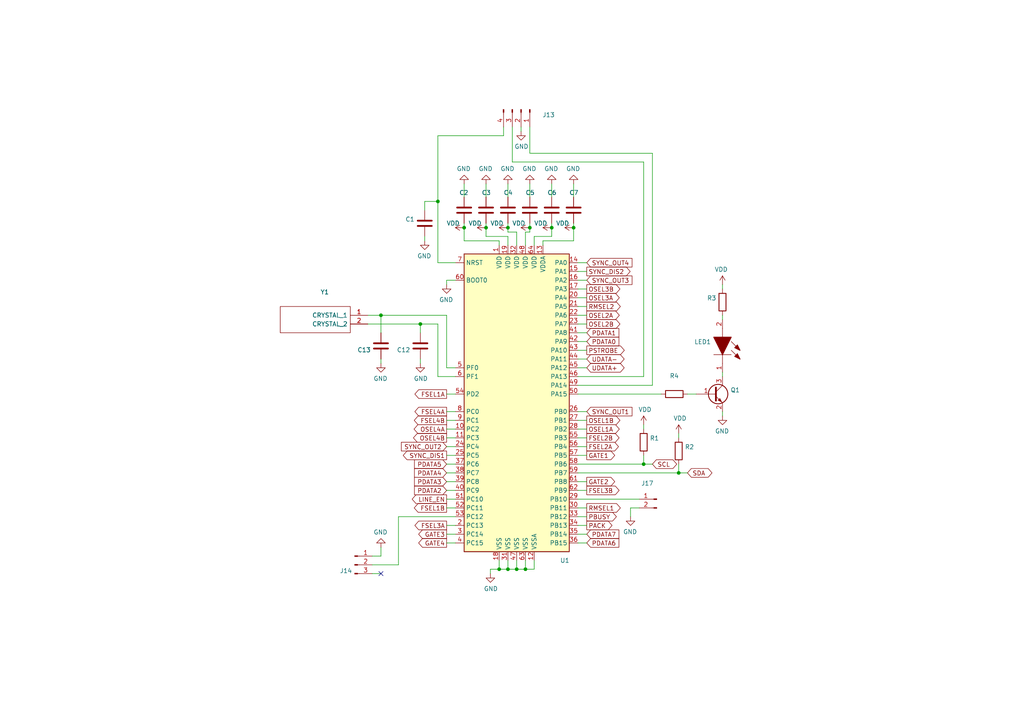
<source format=kicad_sch>
(kicad_sch (version 20211123) (generator eeschema)
  (paper "A4")
  (lib_symbols
    (symbol "Connector:Conn_01x02_Male" (pin_names (offset 1.016) hide)
      (property "Reference" "J" (at 0 2.54 0))
      (property "Value" "Conn_01x02_Male" (at 0 -5.08 0))
      (symbol "Conn_01x02_Male_1_1"
        (polyline (pts (xy 1.27 -2.54) (xy 0.8636 -2.54)) (stroke (width 0.1524)))
        (polyline (pts (xy 1.27 0) (xy 0.8636 0)) (stroke (width 0.1524)))
        (rectangle (start 0.8636 -2.413) (end 0 -2.667) (stroke (width 0.1524)) (fill (type outline)))
        (rectangle (start 0.8636 0.127) (end 0 -0.127) (stroke (width 0.1524)) (fill (type outline)))
        (pin passive line (at 5.08 0 180) (length 3.81) (name "Pin_1") (number "1"))
        (pin passive line (at 5.08 -2.54 180) (length 3.81) (name "Pin_2") (number "2"))
      )
    )
    (symbol "Connector:Conn_01x03_Male" (pin_names (offset 1.016) hide)
      (property "Reference" "J" (at 0 5.08 0))
      (property "Value" "Conn_01x03_Male" (at 0 -5.08 0))
      (symbol "Conn_01x03_Male_1_1"
        (polyline (pts (xy 1.27 -2.54) (xy 0.8636 -2.54)) (stroke (width 0.1524)))
        (polyline (pts (xy 1.27 0) (xy 0.8636 0)) (stroke (width 0.1524)))
        (polyline (pts (xy 1.27 2.54) (xy 0.8636 2.54)) (stroke (width 0.1524)))
        (rectangle (start 0.8636 -2.413) (end 0 -2.667) (stroke (width 0.1524)) (fill (type outline)))
        (rectangle (start 0.8636 0.127) (end 0 -0.127) (stroke (width 0.1524)) (fill (type outline)))
        (rectangle (start 0.8636 2.667) (end 0 2.413) (stroke (width 0.1524)) (fill (type outline)))
        (pin passive line (at 5.08 2.54 180) (length 3.81) (name "Pin_1") (number "1"))
        (pin passive line (at 5.08 0 180) (length 3.81) (name "Pin_2") (number "2"))
        (pin passive line (at 5.08 -2.54 180) (length 3.81) (name "Pin_3") (number "3"))
      )
    )
    (symbol "Connector:Conn_01x04_Male" (pin_names (offset 1.016) hide)
      (property "Reference" "J" (at 0 5.08 0))
      (property "Value" "Conn_01x04_Male" (at 0 -7.62 0))
      (symbol "Conn_01x04_Male_1_1"
        (polyline (pts (xy 1.27 -5.08) (xy 0.8636 -5.08)) (stroke (width 0.1524)))
        (polyline (pts (xy 1.27 -2.54) (xy 0.8636 -2.54)) (stroke (width 0.1524)))
        (polyline (pts (xy 1.27 0) (xy 0.8636 0)) (stroke (width 0.1524)))
        (polyline (pts (xy 1.27 2.54) (xy 0.8636 2.54)) (stroke (width 0.1524)))
        (rectangle (start 0.8636 -4.953) (end 0 -5.207) (stroke (width 0.1524)) (fill (type outline)))
        (rectangle (start 0.8636 -2.413) (end 0 -2.667) (stroke (width 0.1524)) (fill (type outline)))
        (rectangle (start 0.8636 0.127) (end 0 -0.127) (stroke (width 0.1524)) (fill (type outline)))
        (rectangle (start 0.8636 2.667) (end 0 2.413) (stroke (width 0.1524)) (fill (type outline)))
        (pin passive line (at 5.08 2.54 180) (length 3.81) (name "Pin_1") (number "1"))
        (pin passive line (at 5.08 0 180) (length 3.81) (name "Pin_2") (number "2"))
        (pin passive line (at 5.08 -2.54 180) (length 3.81) (name "Pin_3") (number "3"))
        (pin passive line (at 5.08 -5.08 180) (length 3.81) (name "Pin_4") (number "4"))
      )
    )
    (symbol "Device:C" (pin_numbers hide) (pin_names (offset 0.254))
      (property "Reference" "C" (at 0.635 2.54 0))
      (property "Value" "C" (at 0.635 -2.54 0))
      (symbol "C_0_1"
        (polyline (pts (xy -2.032 -0.762) (xy 2.032 -0.762)) (stroke (width 0.508)))
        (polyline (pts (xy -2.032 0.762) (xy 2.032 0.762)) (stroke (width 0.508)))
      )
      (symbol "C_1_1"
        (pin passive line (at 0 3.81 270) (length 2.794) (name "~") (number "1"))
        (pin passive line (at 0 -3.81 90) (length 2.794) (name "~") (number "2"))
      )
    )
    (symbol "Device:R" (pin_numbers hide) (pin_names (offset 0))
      (property "Reference" "R" (at 2.032 0 90))
      (property "Value" "R" (at 0 0 90))
      (symbol "R_0_1"
        (rectangle (start -1.016 -2.54) (end 1.016 2.54) (stroke (width 0.254)))
      )
      (symbol "R_1_1"
        (pin passive line (at 0 3.81 270) (length 1.27) (name "~") (number "1"))
        (pin passive line (at 0 -3.81 90) (length 1.27) (name "~") (number "2"))
      )
    )
    (symbol "MCU_ST_STM32F0:STM32F070RBTx"
      (property "Reference" "U" (at -15.24 44.45 0))
      (property "Value" "STM32F070RBTx" (at 10.16 44.45 0))
      (symbol "STM32F070RBTx_0_1"
        (rectangle (start -15.24 -43.18) (end 15.24 43.18) (stroke (width 0.254)) (fill (type background)))
      )
      (symbol "STM32F070RBTx_1_1"
        (pin power_in line (at -5.08 45.72 270) (length 2.54) (name "VDD") (number "1"))
        (pin bidirectional line (at -17.78 -7.62 0) (length 2.54) (name "PC2") (number "10"))
        (pin bidirectional line (at -17.78 -10.16 0) (length 2.54) (name "PC3") (number "11"))
        (pin power_in line (at 5.08 -45.72 90) (length 2.54) (name "VSSA") (number "12"))
        (pin power_in line (at 7.62 45.72 270) (length 2.54) (name "VDDA") (number "13"))
        (pin bidirectional line (at 17.78 40.64 180) (length 2.54) (name "PA0") (number "14"))
        (pin bidirectional line (at 17.78 38.1 180) (length 2.54) (name "PA1") (number "15"))
        (pin bidirectional line (at 17.78 35.56 180) (length 2.54) (name "PA2") (number "16"))
        (pin bidirectional line (at 17.78 33.02 180) (length 2.54) (name "PA3") (number "17"))
        (pin power_in line (at -5.08 -45.72 90) (length 2.54) (name "VSS") (number "18"))
        (pin power_in line (at -2.54 45.72 270) (length 2.54) (name "VDD") (number "19"))
        (pin bidirectional line (at -17.78 -35.56 0) (length 2.54) (name "PC13") (number "2"))
        (pin bidirectional line (at 17.78 30.48 180) (length 2.54) (name "PA4") (number "20"))
        (pin bidirectional line (at 17.78 27.94 180) (length 2.54) (name "PA5") (number "21"))
        (pin bidirectional line (at 17.78 25.4 180) (length 2.54) (name "PA6") (number "22"))
        (pin bidirectional line (at 17.78 22.86 180) (length 2.54) (name "PA7") (number "23"))
        (pin bidirectional line (at -17.78 -12.7 0) (length 2.54) (name "PC4") (number "24"))
        (pin bidirectional line (at -17.78 -15.24 0) (length 2.54) (name "PC5") (number "25"))
        (pin bidirectional line (at 17.78 -2.54 180) (length 2.54) (name "PB0") (number "26"))
        (pin bidirectional line (at 17.78 -5.08 180) (length 2.54) (name "PB1") (number "27"))
        (pin bidirectional line (at 17.78 -7.62 180) (length 2.54) (name "PB2") (number "28"))
        (pin bidirectional line (at 17.78 -27.94 180) (length 2.54) (name "PB10") (number "29"))
        (pin bidirectional line (at -17.78 -38.1 0) (length 2.54) (name "PC14") (number "3"))
        (pin bidirectional line (at 17.78 -30.48 180) (length 2.54) (name "PB11") (number "30"))
        (pin power_in line (at -2.54 -45.72 90) (length 2.54) (name "VSS") (number "31"))
        (pin power_in line (at 0 45.72 270) (length 2.54) (name "VDD") (number "32"))
        (pin bidirectional line (at 17.78 -33.02 180) (length 2.54) (name "PB12") (number "33"))
        (pin bidirectional line (at 17.78 -35.56 180) (length 2.54) (name "PB13") (number "34"))
        (pin bidirectional line (at 17.78 -38.1 180) (length 2.54) (name "PB14") (number "35"))
        (pin bidirectional line (at 17.78 -40.64 180) (length 2.54) (name "PB15") (number "36"))
        (pin bidirectional line (at -17.78 -17.78 0) (length 2.54) (name "PC6") (number "37"))
        (pin bidirectional line (at -17.78 -20.32 0) (length 2.54) (name "PC7") (number "38"))
        (pin bidirectional line (at -17.78 -22.86 0) (length 2.54) (name "PC8") (number "39"))
        (pin bidirectional line (at -17.78 -40.64 0) (length 2.54) (name "PC15") (number "4"))
        (pin bidirectional line (at -17.78 -25.4 0) (length 2.54) (name "PC9") (number "40"))
        (pin bidirectional line (at 17.78 20.32 180) (length 2.54) (name "PA8") (number "41"))
        (pin bidirectional line (at 17.78 17.78 180) (length 2.54) (name "PA9") (number "42"))
        (pin bidirectional line (at 17.78 15.24 180) (length 2.54) (name "PA10") (number "43"))
        (pin bidirectional line (at 17.78 12.7 180) (length 2.54) (name "PA11") (number "44"))
        (pin bidirectional line (at 17.78 10.16 180) (length 2.54) (name "PA12") (number "45"))
        (pin bidirectional line (at 17.78 7.62 180) (length 2.54) (name "PA13") (number "46"))
        (pin power_in line (at 0 -45.72 90) (length 2.54) (name "VSS") (number "47"))
        (pin power_in line (at 2.54 45.72 270) (length 2.54) (name "VDD") (number "48"))
        (pin bidirectional line (at 17.78 5.08 180) (length 2.54) (name "PA14") (number "49"))
        (pin input line (at -17.78 10.16 0) (length 2.54) (name "PF0") (number "5"))
        (pin bidirectional line (at 17.78 2.54 180) (length 2.54) (name "PA15") (number "50"))
        (pin bidirectional line (at -17.78 -27.94 0) (length 2.54) (name "PC10") (number "51"))
        (pin bidirectional line (at -17.78 -30.48 0) (length 2.54) (name "PC11") (number "52"))
        (pin bidirectional line (at -17.78 -33.02 0) (length 2.54) (name "PC12") (number "53"))
        (pin bidirectional line (at -17.78 2.54 0) (length 2.54) (name "PD2") (number "54"))
        (pin bidirectional line (at 17.78 -10.16 180) (length 2.54) (name "PB3") (number "55"))
        (pin bidirectional line (at 17.78 -12.7 180) (length 2.54) (name "PB4") (number "56"))
        (pin bidirectional line (at 17.78 -15.24 180) (length 2.54) (name "PB5") (number "57"))
        (pin bidirectional line (at 17.78 -17.78 180) (length 2.54) (name "PB6") (number "58"))
        (pin bidirectional line (at 17.78 -20.32 180) (length 2.54) (name "PB7") (number "59"))
        (pin input line (at -17.78 7.62 0) (length 2.54) (name "PF1") (number "6"))
        (pin input line (at -17.78 35.56 0) (length 2.54) (name "BOOT0") (number "60"))
        (pin bidirectional line (at 17.78 -22.86 180) (length 2.54) (name "PB8") (number "61"))
        (pin bidirectional line (at 17.78 -25.4 180) (length 2.54) (name "PB9") (number "62"))
        (pin power_in line (at 2.54 -45.72 90) (length 2.54) (name "VSS") (number "63"))
        (pin power_in line (at 5.08 45.72 270) (length 2.54) (name "VDD") (number "64"))
        (pin input line (at -17.78 40.64 0) (length 2.54) (name "NRST") (number "7"))
        (pin bidirectional line (at -17.78 -2.54 0) (length 2.54) (name "PC0") (number "8"))
        (pin bidirectional line (at -17.78 -5.08 0) (length 2.54) (name "PC1") (number "9"))
      )
    )
    (symbol "NX8045GB-8.000M-STD-CSJ-1:NX8045GB-8.000M-STD-CSJ-1" (pin_names (offset 0.762))
      (property "Reference" "Y" (at 26.67 7.62 0))
      (property "Value" "NX8045GB-8.000M-STD-CSJ-1" (at 26.67 5.08 0))
      (symbol "NX8045GB-8.000M-STD-CSJ-1_0_0"
        (pin passive line (at 0 0 0) (length 5.08) (name "CRYSTAL_1") (number "1"))
        (pin passive line (at 0 -2.54 0) (length 5.08) (name "CRYSTAL_2") (number "2"))
      )
      (symbol "NX8045GB-8.000M-STD-CSJ-1_0_1"
        (polyline (pts (xy 5.08 2.54) (xy 25.4 2.54) (xy 25.4 -5.08) (xy 5.08 -5.08) (xy 5.08 2.54)) (stroke (width 0.1524)))
      )
    )
    (symbol "SML-D12U1WT86:SML-D12U1WT86" (pin_names (offset 0.762))
      (property "Reference" "LED" (at 12.7 8.89 0))
      (property "Value" "SML-D12U1WT86" (at 12.7 6.35 0))
      (symbol "SML-D12U1WT86_0_0"
        (pin passive line (at 0 0 0) (length 2.54) (name "~") (number "1"))
        (pin passive line (at 15.24 0 180) (length 2.54) (name "~") (number "2"))
      )
      (symbol "SML-D12U1WT86_0_1"
        (polyline (pts (xy 2.54 0) (xy 5.08 0)) (stroke (width 0.1524)))
        (polyline (pts (xy 5.08 2.54) (xy 5.08 -2.54)) (stroke (width 0.1524)))
        (polyline (pts (xy 6.35 2.54) (xy 3.81 5.08)) (stroke (width 0.1524)))
        (polyline (pts (xy 8.89 2.54) (xy 6.35 5.08)) (stroke (width 0.1524)))
        (polyline (pts (xy 10.16 0) (xy 12.7 0)) (stroke (width 0.1524)))
        (polyline (pts (xy 5.08 0) (xy 10.16 2.54) (xy 10.16 -2.54) (xy 5.08 0)) (stroke (width 0.254)) (fill (type outline)))
        (polyline (pts (xy 5.334 4.318) (xy 4.572 3.556) (xy 3.81 5.08) (xy 5.334 4.318)) (stroke (width 0.254)) (fill (type outline)))
        (polyline (pts (xy 7.874 4.318) (xy 7.112 3.556) (xy 6.35 5.08) (xy 7.874 4.318)) (stroke (width 0.254)) (fill (type outline)))
      )
    )
    (symbol "Transistor_BJT:MMBT3904" (pin_names (offset 0) hide)
      (property "Reference" "Q" (at 5.08 1.905 0))
      (property "Value" "MMBT3904" (at 5.08 0 0))
      (symbol "MMBT3904_0_1"
        (polyline (pts (xy 0.635 0.635) (xy 2.54 2.54)))
        (polyline (pts (xy 0.635 -0.635) (xy 2.54 -2.54) (xy 2.54 -2.54)))
        (polyline (pts (xy 0.635 1.905) (xy 0.635 -1.905) (xy 0.635 -1.905)) (stroke (width 0.508)))
        (polyline (pts (xy 1.27 -1.778) (xy 1.778 -1.27) (xy 2.286 -2.286) (xy 1.27 -1.778) (xy 1.27 -1.778)) (fill (type outline)))
        (circle (center 1.27 0) (radius 2.8194) (stroke (width 0.254)))
      )
      (symbol "MMBT3904_1_1"
        (pin input line (at -5.08 0 0) (length 5.715) (name "B") (number "1"))
        (pin passive line (at 2.54 -5.08 90) (length 2.54) (name "E") (number "2"))
        (pin passive line (at 2.54 5.08 270) (length 2.54) (name "C") (number "3"))
      )
    )
    (symbol "power:GND" (power) (pin_names (offset 0))
      (property "Value" "GND" (at 0 -3.81 0))
      (symbol "GND_0_1"
        (polyline (pts (xy 0 0) (xy 0 -1.27) (xy 1.27 -1.27) (xy 0 -2.54) (xy -1.27 -1.27) (xy 0 -1.27)))
      )
      (symbol "GND_1_1"
        (pin power_in line (at 0 0 270) (length 0) hide (name "GND") (number "1"))
      )
    )
    (symbol "power:VDD" (power) (pin_names (offset 0))
      (property "Value" "VDD" (at 0 3.81 0))
      (symbol "VDD_0_1"
        (polyline (pts (xy -0.762 1.27) (xy 0 2.54)))
        (polyline (pts (xy 0 0) (xy 0 2.54)))
        (polyline (pts (xy 0 2.54) (xy 0.762 1.27)))
      )
      (symbol "VDD_1_1"
        (pin power_in line (at 0 0 90) (length 0) hide (name "VDD") (number "1"))
      )
    )
  )
  (junction (at 140.97 66.04))
  (junction (at 186.69 134.62))
  (junction (at 121.92 93.98))
  (junction (at 149.86 165.1))
  (junction (at 147.32 165.1))
  (junction (at 127 58.42))
  (junction (at 153.67 66.04))
  (junction (at 160.02 66.04))
  (junction (at 110.49 91.44))
  (junction (at 147.32 66.04))
  (junction (at 152.4 165.1))
  (junction (at 144.78 165.1))
  (junction (at 196.85 137.16))
  (junction (at 134.62 66.04))
  (junction (at 166.37 66.04))
  (no_connect (at 110.49 166.37))
  (wire (pts (xy 148.59 36.83) (xy 148.59 46.99)))
  (wire (pts (xy 132.08 106.68) (xy 129.54 106.68)))
  (wire (pts (xy 129.54 81.28) (xy 132.08 81.28)))
  (wire (pts (xy 106.68 93.98) (xy 121.92 93.98)))
  (wire (pts (xy 160.02 66.04) (xy 160.02 68.58)))
  (wire (pts (xy 196.85 137.16) (xy 167.64 137.16)))
  (wire (pts (xy 167.64 81.28) (xy 170.18 81.28)))
  (wire (pts (xy 185.42 144.78) (xy 167.64 144.78)))
  (wire (pts (xy 147.32 53.34) (xy 147.32 57.15)))
  (wire (pts (xy 186.69 123.19) (xy 186.69 124.46)))
  (wire (pts (xy 167.64 99.06) (xy 170.18 99.06)))
  (wire (pts (xy 129.54 139.7) (xy 132.08 139.7)))
  (wire (pts (xy 107.95 163.83) (xy 115.57 163.83)))
  (wire (pts (xy 166.37 66.04) (xy 166.37 69.85)))
  (wire (pts (xy 110.49 161.29) (xy 107.95 161.29)))
  (wire (pts (xy 167.64 129.54) (xy 170.18 129.54)))
  (wire (pts (xy 167.64 76.2) (xy 170.18 76.2)))
  (wire (pts (xy 129.54 124.46) (xy 132.08 124.46)))
  (wire (pts (xy 152.4 67.31) (xy 153.67 67.31)))
  (wire (pts (xy 129.54 91.44) (xy 129.54 106.68)))
  (wire (pts (xy 146.05 39.37) (xy 146.05 36.83)))
  (wire (pts (xy 127 109.22) (xy 132.08 109.22)))
  (wire (pts (xy 167.64 96.52) (xy 170.18 96.52)))
  (wire (pts (xy 147.32 68.58) (xy 140.97 68.58)))
  (wire (pts (xy 147.32 71.12) (xy 147.32 68.58)))
  (wire (pts (xy 149.86 165.1) (xy 147.32 165.1)))
  (wire (pts (xy 147.32 165.1) (xy 144.78 165.1)))
  (wire (pts (xy 151.13 38.1) (xy 151.13 36.83)))
  (wire (pts (xy 167.64 109.22) (xy 186.69 109.22)))
  (wire (pts (xy 144.78 71.12) (xy 144.78 69.85)))
  (wire (pts (xy 149.86 67.31) (xy 147.32 67.31)))
  (wire (pts (xy 127 76.2) (xy 132.08 76.2)))
  (wire (pts (xy 149.86 165.1) (xy 149.86 162.56)))
  (wire (pts (xy 129.54 132.08) (xy 132.08 132.08)))
  (wire (pts (xy 134.62 64.77) (xy 134.62 66.04)))
  (wire (pts (xy 167.64 111.76) (xy 189.23 111.76)))
  (wire (pts (xy 115.57 163.83) (xy 115.57 149.86)))
  (wire (pts (xy 129.54 121.92) (xy 132.08 121.92)))
  (wire (pts (xy 121.92 93.98) (xy 127 93.98)))
  (wire (pts (xy 170.18 119.38) (xy 167.64 119.38)))
  (wire (pts (xy 115.57 149.86) (xy 132.08 149.86)))
  (wire (pts (xy 157.48 71.12) (xy 157.48 69.85)))
  (wire (pts (xy 121.92 105.41) (xy 121.92 104.14)))
  (wire (pts (xy 140.97 64.77) (xy 140.97 66.04)))
  (wire (pts (xy 129.54 119.38) (xy 132.08 119.38)))
  (wire (pts (xy 167.64 83.82) (xy 170.18 83.82)))
  (wire (pts (xy 110.49 105.41) (xy 110.49 104.14)))
  (wire (pts (xy 129.54 152.4) (xy 132.08 152.4)))
  (wire (pts (xy 144.78 69.85) (xy 134.62 69.85)))
  (wire (pts (xy 160.02 64.77) (xy 160.02 66.04)))
  (wire (pts (xy 142.24 165.1) (xy 144.78 165.1)))
  (wire (pts (xy 170.18 121.92) (xy 167.64 121.92)))
  (wire (pts (xy 153.67 36.83) (xy 153.67 44.45)))
  (wire (pts (xy 167.64 88.9) (xy 170.18 88.9)))
  (wire (pts (xy 127 39.37) (xy 146.05 39.37)))
  (wire (pts (xy 166.37 53.34) (xy 166.37 57.15)))
  (wire (pts (xy 167.64 104.14) (xy 170.18 104.14)))
  (wire (pts (xy 170.18 106.68) (xy 167.64 106.68)))
  (wire (pts (xy 147.32 165.1) (xy 147.32 162.56)))
  (wire (pts (xy 170.18 147.32) (xy 167.64 147.32)))
  (wire (pts (xy 167.64 86.36) (xy 170.18 86.36)))
  (wire (pts (xy 157.48 69.85) (xy 166.37 69.85)))
  (wire (pts (xy 152.4 165.1) (xy 149.86 165.1)))
  (wire (pts (xy 189.23 44.45) (xy 153.67 44.45)))
  (wire (pts (xy 129.54 82.55) (xy 129.54 81.28)))
  (wire (pts (xy 127 39.37) (xy 127 58.42)))
  (wire (pts (xy 127 93.98) (xy 127 109.22)))
  (wire (pts (xy 134.62 57.15) (xy 134.62 53.34)))
  (wire (pts (xy 152.4 71.12) (xy 152.4 67.31)))
  (wire (pts (xy 121.92 93.98) (xy 121.92 96.52)))
  (wire (pts (xy 189.23 134.62) (xy 186.69 134.62)))
  (wire (pts (xy 209.55 120.65) (xy 209.55 119.38)))
  (wire (pts (xy 140.97 66.04) (xy 140.97 68.58)))
  (wire (pts (xy 154.94 68.58) (xy 160.02 68.58)))
  (wire (pts (xy 185.42 147.32) (xy 182.88 147.32)))
  (wire (pts (xy 186.69 132.08) (xy 186.69 134.62)))
  (wire (pts (xy 123.19 69.85) (xy 123.19 68.58)))
  (wire (pts (xy 147.32 64.77) (xy 147.32 66.04)))
  (wire (pts (xy 129.54 154.94) (xy 132.08 154.94)))
  (wire (pts (xy 170.18 124.46) (xy 167.64 124.46)))
  (wire (pts (xy 129.54 144.78) (xy 132.08 144.78)))
  (wire (pts (xy 167.64 152.4) (xy 170.18 152.4)))
  (wire (pts (xy 170.18 139.7) (xy 167.64 139.7)))
  (wire (pts (xy 152.4 165.1) (xy 152.4 162.56)))
  (wire (pts (xy 209.55 83.82) (xy 209.55 82.55)))
  (wire (pts (xy 110.49 91.44) (xy 106.68 91.44)))
  (wire (pts (xy 170.18 149.86) (xy 167.64 149.86)))
  (wire (pts (xy 201.93 114.3) (xy 199.39 114.3)))
  (wire (pts (xy 132.08 114.3) (xy 129.54 114.3)))
  (wire (pts (xy 110.49 158.75) (xy 110.49 161.29)))
  (wire (pts (xy 182.88 147.32) (xy 182.88 149.86)))
  (wire (pts (xy 153.67 64.77) (xy 153.67 66.04)))
  (wire (pts (xy 134.62 66.04) (xy 134.62 69.85)))
  (wire (pts (xy 186.69 46.99) (xy 186.69 109.22)))
  (wire (pts (xy 132.08 129.54) (xy 129.54 129.54)))
  (wire (pts (xy 129.54 147.32) (xy 132.08 147.32)))
  (wire (pts (xy 154.94 165.1) (xy 152.4 165.1)))
  (wire (pts (xy 189.23 111.76) (xy 189.23 44.45)))
  (wire (pts (xy 110.49 91.44) (xy 129.54 91.44)))
  (wire (pts (xy 110.49 166.37) (xy 107.95 166.37)))
  (wire (pts (xy 129.54 157.48) (xy 132.08 157.48)))
  (wire (pts (xy 167.64 142.24) (xy 170.18 142.24)))
  (wire (pts (xy 186.69 134.62) (xy 167.64 134.62)))
  (wire (pts (xy 129.54 142.24) (xy 132.08 142.24)))
  (wire (pts (xy 110.49 91.44) (xy 110.49 96.52)))
  (wire (pts (xy 140.97 53.34) (xy 140.97 57.15)))
  (wire (pts (xy 167.64 114.3) (xy 191.77 114.3)))
  (wire (pts (xy 160.02 53.34) (xy 160.02 57.15)))
  (wire (pts (xy 153.67 53.34) (xy 153.67 57.15)))
  (wire (pts (xy 149.86 71.12) (xy 149.86 67.31)))
  (wire (pts (xy 127 58.42) (xy 127 76.2)))
  (wire (pts (xy 167.64 78.74) (xy 170.18 78.74)))
  (wire (pts (xy 147.32 66.04) (xy 147.32 67.31)))
  (wire (pts (xy 209.55 92.71) (xy 209.55 91.44)))
  (wire (pts (xy 142.24 166.37) (xy 142.24 165.1)))
  (wire (pts (xy 166.37 64.77) (xy 166.37 66.04)))
  (wire (pts (xy 167.64 157.48) (xy 170.18 157.48)))
  (wire (pts (xy 123.19 58.42) (xy 123.19 60.96)))
  (wire (pts (xy 129.54 127) (xy 132.08 127)))
  (wire (pts (xy 153.67 66.04) (xy 153.67 67.31)))
  (wire (pts (xy 170.18 91.44) (xy 167.64 91.44)))
  (wire (pts (xy 170.18 127) (xy 167.64 127)))
  (wire (pts (xy 148.59 46.99) (xy 186.69 46.99)))
  (wire (pts (xy 170.18 93.98) (xy 167.64 93.98)))
  (wire (pts (xy 167.64 132.08) (xy 170.18 132.08)))
  (wire (pts (xy 170.18 154.94) (xy 167.64 154.94)))
  (wire (pts (xy 196.85 125.73) (xy 196.85 127)))
  (wire (pts (xy 129.54 137.16) (xy 132.08 137.16)))
  (wire (pts (xy 196.85 137.16) (xy 199.39 137.16)))
  (wire (pts (xy 129.54 134.62) (xy 132.08 134.62)))
  (wire (pts (xy 144.78 165.1) (xy 144.78 162.56)))
  (wire (pts (xy 154.94 162.56) (xy 154.94 165.1)))
  (wire (pts (xy 154.94 71.12) (xy 154.94 68.58)))
  (wire (pts (xy 170.18 101.6) (xy 167.64 101.6)))
  (wire (pts (xy 127 58.42) (xy 123.19 58.42)))
  (wire (pts (xy 209.55 109.22) (xy 209.55 107.95)))
  (wire (pts (xy 196.85 134.62) (xy 196.85 137.16)))
  (global_label "SYNC_OUT4" (shape input) (at 170.18 76.2 0) (property "Intersheet References" "${INTERSHEET_REFS}" (effects hide)))
  (global_label "PDATA2" (shape input) (at 129.54 142.24 180) (property "Intersheet References" "${INTERSHEET_REFS}" (effects hide)))
  (global_label "PDATA1" (shape input) (at 170.18 96.52 0) (property "Intersheet References" "${INTERSHEET_REFS}" (effects hide)))
  (global_label "GATE3" (shape output) (at 129.54 154.94 180) (property "Intersheet References" "${INTERSHEET_REFS}" (effects hide)))
  (global_label "FSEL4A" (shape output) (at 129.54 119.38 180) (property "Intersheet References" "${INTERSHEET_REFS}" (effects hide)))
  (global_label "OSEL1B" (shape output) (at 170.18 121.92 0) (property "Intersheet References" "${INTERSHEET_REFS}" (effects hide)))
  (global_label "SYNC_DIS2" (shape output) (at 170.18 78.74 0) (property "Intersheet References" "${INTERSHEET_REFS}" (effects hide)))
  (global_label "PDATA5" (shape input) (at 129.54 134.62 180) (property "Intersheet References" "${INTERSHEET_REFS}" (effects hide)))
  (global_label "FSEL3A" (shape output) (at 129.54 152.4 180) (property "Intersheet References" "${INTERSHEET_REFS}" (effects hide)))
  (global_label "SYNC_DIS1" (shape output) (at 129.54 132.08 180) (property "Intersheet References" "${INTERSHEET_REFS}" (effects hide)))
  (global_label "GATE1" (shape output) (at 170.18 132.08 0) (property "Intersheet References" "${INTERSHEET_REFS}" (effects hide)))
  (global_label "SCL" (shape bidirectional) (at 189.23 134.62 0) (property "Intersheet References" "${INTERSHEET_REFS}" (effects hide)))
  (global_label "PACK" (shape output) (at 170.18 152.4 0) (property "Intersheet References" "${INTERSHEET_REFS}" (effects hide)))
  (global_label "PDATA0" (shape input) (at 170.18 99.06 0) (property "Intersheet References" "${INTERSHEET_REFS}" (effects hide)))
  (global_label "PDATA6" (shape input) (at 170.18 157.48 0) (property "Intersheet References" "${INTERSHEET_REFS}" (effects hide)))
  (global_label "OSEL1A" (shape output) (at 170.18 124.46 0) (property "Intersheet References" "${INTERSHEET_REFS}" (effects hide)))
  (global_label "FSEL4B" (shape output) (at 129.54 121.92 180) (property "Intersheet References" "${INTERSHEET_REFS}" (effects hide)))
  (global_label "GATE2" (shape output) (at 170.18 139.7 0) (property "Intersheet References" "${INTERSHEET_REFS}" (effects hide)))
  (global_label "FSEL3B" (shape output) (at 170.18 142.24 0) (property "Intersheet References" "${INTERSHEET_REFS}" (effects hide)))
  (global_label "PDATA4" (shape input) (at 129.54 137.16 180) (property "Intersheet References" "${INTERSHEET_REFS}" (effects hide)))
  (global_label "OSEL4A" (shape output) (at 129.54 124.46 180) (property "Intersheet References" "${INTERSHEET_REFS}" (effects hide)))
  (global_label "SDA" (shape bidirectional) (at 199.39 137.16 0) (property "Intersheet References" "${INTERSHEET_REFS}" (effects hide)))
  (global_label "OSEL3B" (shape output) (at 170.18 83.82 0) (property "Intersheet References" "${INTERSHEET_REFS}" (effects hide)))
  (global_label "OSEL3A" (shape output) (at 170.18 86.36 0) (property "Intersheet References" "${INTERSHEET_REFS}" (effects hide)))
  (global_label "UDATA+" (shape bidirectional) (at 170.18 106.68 0) (property "Intersheet References" "${INTERSHEET_REFS}" (effects hide)))
  (global_label "FSEL1B" (shape output) (at 129.54 147.32 180) (property "Intersheet References" "${INTERSHEET_REFS}" (effects hide)))
  (global_label "FSEL1A" (shape output) (at 129.54 114.3 180) (property "Intersheet References" "${INTERSHEET_REFS}" (effects hide)))
  (global_label "RMSEL1" (shape output) (at 170.18 147.32 0) (property "Intersheet References" "${INTERSHEET_REFS}" (effects hide)))
  (global_label "FSEL2B" (shape output) (at 170.18 127 0) (property "Intersheet References" "${INTERSHEET_REFS}" (effects hide)))
  (global_label "LINE_EN" (shape output) (at 129.54 144.78 180) (property "Intersheet References" "${INTERSHEET_REFS}" (effects hide)))
  (global_label "PDATA3" (shape input) (at 129.54 139.7 180) (property "Intersheet References" "${INTERSHEET_REFS}" (effects hide)))
  (global_label "SYNC_OUT2" (shape input) (at 129.54 129.54 180) (property "Intersheet References" "${INTERSHEET_REFS}" (effects hide)))
  (global_label "SYNC_OUT1" (shape input) (at 170.18 119.38 0) (property "Intersheet References" "${INTERSHEET_REFS}" (effects hide)))
  (global_label "OSEL4B" (shape output) (at 129.54 127 180) (property "Intersheet References" "${INTERSHEET_REFS}" (effects hide)))
  (global_label "OSEL2B" (shape output) (at 170.18 93.98 0) (property "Intersheet References" "${INTERSHEET_REFS}" (effects hide)))
  (global_label "PDATA7" (shape input) (at 170.18 154.94 0) (property "Intersheet References" "${INTERSHEET_REFS}" (effects hide)))
  (global_label "PBUSY" (shape output) (at 170.18 149.86 0) (property "Intersheet References" "${INTERSHEET_REFS}" (effects hide)))
  (global_label "UDATA-" (shape bidirectional) (at 170.18 104.14 0) (property "Intersheet References" "${INTERSHEET_REFS}" (effects hide)))
  (global_label "RMSEL2" (shape output) (at 170.18 88.9 0) (property "Intersheet References" "${INTERSHEET_REFS}" (effects hide)))
  (global_label "GATE4" (shape output) (at 129.54 157.48 180) (property "Intersheet References" "${INTERSHEET_REFS}" (effects hide)))
  (global_label "SYNC_OUT3" (shape input) (at 170.18 81.28 0) (property "Intersheet References" "${INTERSHEET_REFS}" (effects hide)))
  (global_label "FSEL2A" (shape output) (at 170.18 129.54 0) (property "Intersheet References" "${INTERSHEET_REFS}" (effects hide)))
  (global_label "OSEL2A" (shape output) (at 170.18 91.44 0) (property "Intersheet References" "${INTERSHEET_REFS}" (effects hide)))
  (global_label "PSTROBE" (shape output) (at 170.18 101.6 0) (property "Intersheet References" "${INTERSHEET_REFS}" (effects hide)))
  (symbol (lib_id "Device:C") (at 147.32 60.96 0) (unit 1)
    (property "Reference" "C4" (at 146.05 55.88 0) (effects (justify left)))
  )
  (symbol (lib_id "Device:C") (at 153.67 60.96 0) (unit 1)
    (property "Reference" "C5" (at 152.4 55.88 0) (effects (justify left)))
  )
  (symbol (lib_id "Device:C") (at 160.02 60.96 0) (unit 1)
    (property "Reference" "C6" (at 158.75 55.88 0) (effects (justify left)))
  )
  (symbol (lib_id "Device:C") (at 166.37 60.96 0) (unit 1)
    (property "Reference" "C7" (at 165.1 55.88 0) (effects (justify left)))
  )
  (symbol (lib_id "power:GND") (at 140.97 53.34 180) (unit 1)
    (property "Reference" "#PWR0121" (effects hide))
  )
  (symbol (lib_id "power:GND") (at 147.32 53.34 180) (unit 1)
    (property "Reference" "#PWR0120" (effects hide))
  )
  (symbol (lib_id "power:GND") (at 153.67 53.34 180) (unit 1)
    (property "Reference" "#PWR0119" (effects hide))
  )
  (symbol (lib_id "power:GND") (at 160.02 53.34 180) (unit 1)
    (property "Reference" "#PWR0118" (effects hide))
  )
  (symbol (lib_id "power:GND") (at 166.37 53.34 180) (unit 1)
    (property "Reference" "#PWR0117" (effects hide))
  )
  (symbol (lib_id "Device:C") (at 123.19 64.77 0) (mirror y) (unit 1)
    (property "Reference" "C1" (at 120.269 63.6016 0) (effects (justify left)))
  )
  (symbol (lib_id "power:GND") (at 123.19 69.85 0) (mirror y) (unit 1)
    (property "Reference" "#PWR0115" (effects hide))
  )
  (symbol (lib_id "Device:R") (at 186.69 128.27 0) (unit 1)
    (property "Reference" "R1" (at 188.468 127.1016 0) (effects (justify left)))
  )
  (symbol (lib_id "Device:R") (at 196.85 130.81 0) (unit 1)
    (property "Reference" "R2" (at 198.628 129.6416 0) (effects (justify left)))
  )
  (symbol (lib_id "MCU_ST_STM32F0:STM32F070RBTx") (at 149.86 116.84 0) (unit 1)
    (property "Reference" "U1" (at 163.83 162.56 0))
    (property "Datasheet" "http://www.st.com/st-web-ui/static/active/en/resource/technical/document/datasheet/DM00141386.pdf" (effects hide))
  )
  (symbol (lib_id "Device:C") (at 134.62 60.96 0) (mirror y) (unit 1)
    (property "Reference" "C2" (at 135.89 55.88 0) (effects (justify left)))
  )
  (symbol (lib_id "Device:C") (at 140.97 60.96 0) (unit 1)
    (property "Reference" "C3" (at 139.7 55.88 0) (effects (justify left)))
  )
  (symbol (lib_id "power:GND") (at 134.62 53.34 180) (unit 1)
    (property "Reference" "#PWR0122" (effects hide))
  )
  (symbol (lib_id "power:GND") (at 142.24 166.37 0) (unit 1)
    (property "Reference" "#PWR0111" (effects hide))
  )
  (symbol (lib_id "power:GND") (at 129.54 82.55 0) (mirror y) (unit 1)
    (property "Reference" "#PWR0114" (effects hide))
  )
  (symbol (lib_id "power:GND") (at 110.49 158.75 180) (unit 1)
    (property "Reference" "#PWR0116" (effects hide))
  )
  (symbol (lib_id "Connector:Conn_01x03_Male") (at 102.87 163.83 0) (unit 1)
    (property "Reference" "J14" (at 102.1588 165.5572 0) (effects (justify right)))
  )
  (symbol (lib_id "Connector:Conn_01x04_Male") (at 151.13 31.75 270) (unit 1)
    (property "Reference" "J13" (at 157.3276 33.3248 90) (effects (justify left)))
  )
  (symbol (lib_id "power:GND") (at 151.13 38.1 0) (unit 1)
    (property "Reference" "#PWR0112" (effects hide))
  )
  (symbol (lib_id "Transistor_BJT:MMBT3904") (at 207.01 114.3 0) (unit 1)
    (property "Reference" "Q1" (at 211.8614 113.1316 0) (effects (justify left)))
    (property "Datasheet" "https://www.onsemi.com/pub/Collateral/2N3903-D.PDF" (effects hide))
  )
  (symbol (lib_id "Device:R") (at 195.58 114.3 90) (mirror x) (unit 1)
    (property "Reference" "R4" (at 195.58 109.0422 90))
  )
  (symbol (lib_id "power:GND") (at 209.55 120.65 0) (mirror y) (unit 1)
    (property "Reference" "#PWR0142" (effects hide))
  )
  (symbol (lib_id "SML-D12U1WT86:SML-D12U1WT86") (at 209.55 107.95 270) (mirror x) (unit 1)
    (property "Reference" "LED1" (at 206.248 99.1616 90) (effects (justify right)))
    (property "Datasheet" "https://componentsearchengine.com/Datasheets/1/SML-D12U1WT86.pdf" (effects hide))
    (property "Description" "Standard LEDs - SMD Red 620nm 63mcd Vf 2.2V Pd 54mW" (effects hide))
    (property "Height" "0.65" (effects hide))
    (property "Manufacturer_Name" "ROHM Semiconductor" (effects hide))
    (property "Manufacturer_Part_Number" "SML-D12U1WT86" (effects hide))
    (property "Mouser Part Number" "755-SML-D12U1WT86" (effects hide))
    (property "Mouser Price/Stock" "https://www.mouser.co.uk/ProductDetail/ROHM-Semiconductor/SML-D12U1WT86?qs=M3jcYzEJUdEySuGkbjHEtQ%3D%3D" (effects hide))
  )
  (symbol (lib_id "Device:R") (at 209.55 87.63 0) (mirror y) (unit 1)
    (property "Reference" "R3" (at 207.772 86.4616 0) (effects (justify left)))
  )
  (symbol (lib_id "power:VDD") (at 209.55 82.55 0) (mirror y) (unit 1)
    (property "Reference" "#PWR0113" (effects hide))
  )
  (symbol (lib_id "power:VDD") (at 134.62 66.04 90) (unit 1)
    (property "Reference" "#PWR0123" (effects hide))
  )
  (symbol (lib_id "power:VDD") (at 140.97 66.04 90) (unit 1)
    (property "Reference" "#PWR0124" (effects hide))
  )
  (symbol (lib_id "power:VDD") (at 147.32 66.04 90) (unit 1)
    (property "Reference" "#PWR0125" (effects hide))
  )
  (symbol (lib_id "power:VDD") (at 153.67 66.04 90) (unit 1)
    (property "Reference" "#PWR0126" (effects hide))
  )
  (symbol (lib_id "power:VDD") (at 160.02 66.04 90) (unit 1)
    (property "Reference" "#PWR0127" (effects hide))
  )
  (symbol (lib_id "power:VDD") (at 166.37 66.04 90) (unit 1)
    (property "Reference" "#PWR0128" (effects hide))
  )
  (symbol (lib_id "power:VDD") (at 186.69 123.19 0) (unit 1)
    (property "Reference" "#PWR0144" (effects hide))
  )
  (symbol (lib_id "power:VDD") (at 196.85 125.73 0) (unit 1)
    (property "Reference" "#PWR0145" (effects hide))
  )
  (symbol (lib_id "NX8045GB-8.000M-STD-CSJ-1:NX8045GB-8.000M-STD-CSJ-1") (at 106.68 91.44 0) (mirror y) (unit 1)
    (property "Reference" "Y1" (at 94.1832 84.709 0))
    (property "Datasheet" "https://eu.mouser.com/datasheet/2/905/c_NX8045GB-STD-CSJ-1_e-1387309.pdf" (effects hide))
    (property "Description" "Automotive crystal unit" (effects hide))
    (property "Height" "2" (effects hide))
    (property "Manufacturer_Name" "NDK" (effects hide))
    (property "Manufacturer_Part_Number" "NX8045GB-8.000M-STD-CSJ-1" (effects hide))
    (property "Mouser Part Number" "344-NX8045GB8MSTCSJ1" (effects hide))
    (property "Mouser Price/Stock" "https://www.mouser.co.uk/ProductDetail/NDK/NX8045GB-8000M-STD-CSJ-1?qs=w%2Fv1CP2dgqrd36Ghz557%2Fw%3D%3D" (effects hide))
  )
  (symbol (lib_id "Device:C") (at 121.92 100.33 180) (unit 1)
    (property "Reference" "C12" (at 118.999 101.4984 0) (effects (justify left)))
  )
  (symbol (lib_id "power:GND") (at 121.92 105.41 0) (unit 1)
    (property "Reference" "#PWR0146" (effects hide))
  )
  (symbol (lib_id "Device:C") (at 110.49 100.33 180) (unit 1)
    (property "Reference" "C13" (at 107.569 101.4984 0) (effects (justify left)))
  )
  (symbol (lib_id "power:GND") (at 110.49 105.41 0) (mirror y) (unit 1)
    (property "Reference" "#PWR0147" (effects hide))
  )
  (symbol (lib_id "Connector:Conn_01x02_Male") (at 190.5 144.78 0) (mirror y) (unit 1)
    (property "Reference" "J17" (at 187.7568 140.1826 0))
  )
  (symbol (lib_id "power:GND") (at 182.88 149.86 0) (mirror y) (unit 1)
    (property "Reference" "#PWR01" (effects hide))
  )
)
</source>
